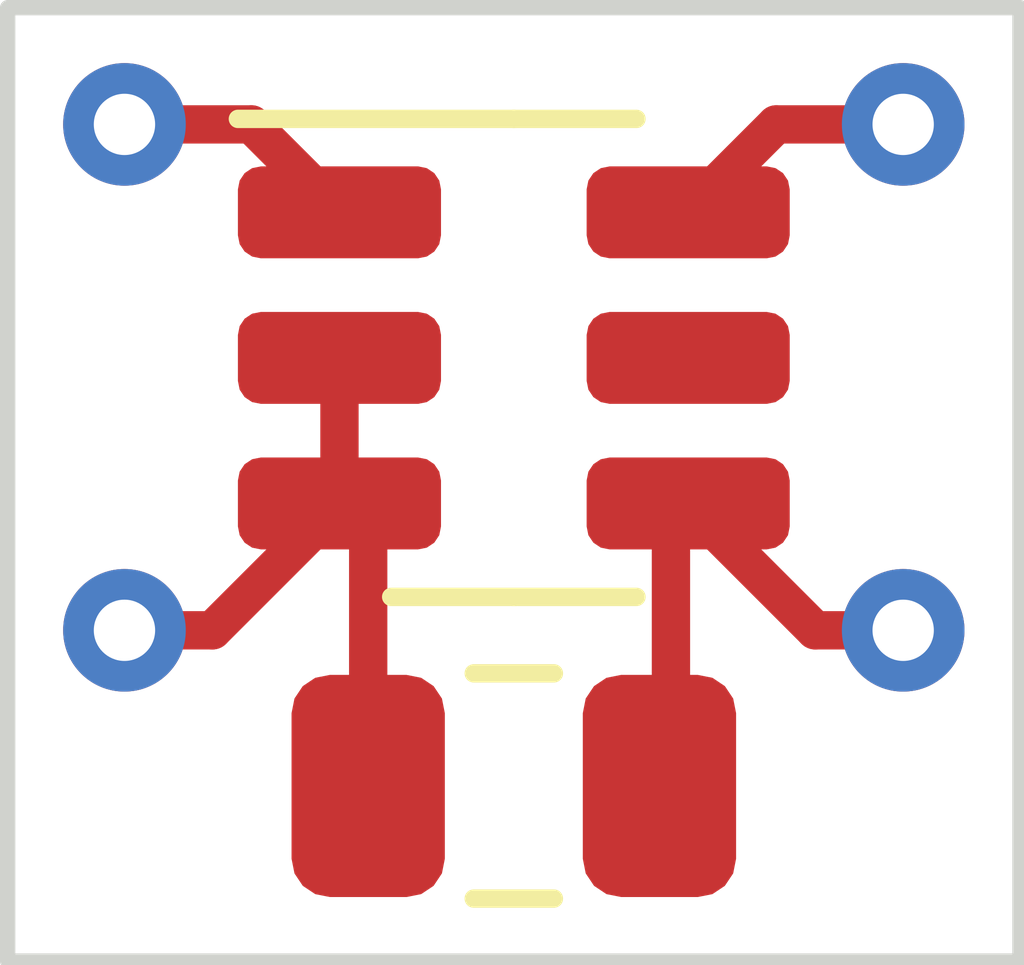
<source format=kicad_pcb>
(kicad_pcb (version 20221018) (generator pcbnew)
  (layers (0 "F.Cu" signal) (31 "B.Cu" signal) (34 "B.Paste" user) (35 "F.Paste" user) (36 "B.SilkS" user "B.Silkscreen") (37 "F.SilkS" user "F.Silkscreen") (38 "B.Mask" user) (39 "F.Mask" user) (44 "Edge.Cuts" user))
  (net 0 "")
  (net 1 "unconnected-(U1-Pad1)")
  (net 2 "GND")
  (net 3 "+3.3V")
  (net 5 "unconnected-(U1-Pad6)")
  (footprint "Package_TO_SOT_SMD:SOT-23-6" (layer "F.Cu") (at 145.161 99.695)
    (fp_text reference "U1" hide)
    (fp_text value "TMAG5273" hide)
    (fp_line (start 0 -1.56) (end -1.8 -1.56) (stroke (width 0.12)) (layer "F.SilkS"))
    (fp_line (start 0 -1.56) (end 0.8 -1.56) (stroke (width 0.12)) (layer "F.SilkS"))
    (fp_line (start 0 1.56) (end -0.8 1.56) (stroke (width 0.12)) (layer "F.SilkS"))
    (fp_line (start 0 1.56) (end 0.8 1.56) (stroke (width 0.12)) (layer "F.SilkS"))
    (pad "1" thru_hole circle (at -2.54 -1.524) (size 0.8 0.8) (drill 0.4) (layers "*.Cu" "*.Mask") (net 1 "unconnected-(U1-Pad1)"))
    (pad "1" smd roundrect (at -1.1375 -0.95) (size 1.325 0.6) (layers "F.Cu" "F.Paste" "F.Mask") (net 1 "unconnected-(U1-Pad1)"))
    (pad "2" smd roundrect (at -1.1375 0) (size 1.325 0.6) (layers "F.Cu" "F.Paste" "F.Mask") (net 2 "GND"))
    (pad "3" thru_hole circle (at -2.54 1.778) (size 0.8 0.8) (drill 0.4) (layers "*.Cu" "*.Mask") (net 2 "GND"))
    (pad "3" smd roundrect (at -1.1375 0.95) (size 1.325 0.6) (layers "F.Cu" "F.Paste" "F.Mask") (net 2 "GND"))
    (pad "4" smd roundrect (at 1.1375 0.95) (size 1.325 0.6) (layers "F.Cu" "F.Paste" "F.Mask") (net 3 "+3.3V"))
    (pad "4" thru_hole circle (at 2.54 1.778) (size 0.8 0.8) (drill 0.4) (layers "*.Cu" "*.Mask") (net 3 "+3.3V"))
    (pad "5" smd roundrect (at 1.1375 0) (size 1.325 0.6) (layers "F.Cu" "F.Paste" "F.Mask"))
    (pad "6" smd roundrect (at 1.1375 -0.95) (size 1.325 0.6) (layers "F.Cu" "F.Paste" "F.Mask") (net 5 "unconnected-(U1-Pad6)"))
    (pad "6" thru_hole circle (at 2.54 -1.524) (size 0.8 0.8) (drill 0.4) (layers "*.Cu" "*.Mask") (net 5 "unconnected-(U1-Pad6)"))
  )
  (footprint "Capacitor_SMD:C_0805_2012Metric" (layer "F.Cu") (at 145.161 102.489 180)
    (fp_text reference "C1" hide)
    (fp_text value "C_Small" hide)
    (fp_line (start -0.261252 -0.735) (end 0.261252 -0.735) (stroke (width 0.12)) (layer "F.SilkS"))
    (fp_line (start -0.261252 0.735) (end 0.261252 0.735) (stroke (width 0.12)) (layer "F.SilkS"))
    (pad "1" smd roundrect (at -0.95 0 180) (size 1 1.45) (layers "F.Cu" "F.Paste" "F.Mask") (net 3 "+3.3V"))
    (pad "2" smd roundrect (at 0.95 0 180) (size 1 1.45) (layers "F.Cu" "F.Paste" "F.Mask") (net 2 "GND"))
  )
  (gr_rect (start 141.859 97.409) (end 148.463 103.632) (stroke (width 0.1)) (fill none) (layer "Edge.Cuts"))
  (segment (start 143.4495 98.171) (end 144.0235 98.745) (width 0.25) (layer "F.Cu") (net 1))
  (segment (start 142.621 98.171) (end 143.4495 98.171) (width 0.25) (layer "F.Cu") (net 1))
  (segment (start 144.0235 99.695) (end 144.0235 100.645) (width 0.25) (layer "F.Cu") (net 2))
  (segment (start 143.1955 101.473) (end 144.0235 100.645) (width 0.25) (layer "F.Cu") (net 2))
  (segment (start 144.211 102.489) (end 144.211 100.8325) (width 0.25) (layer "F.Cu") (net 2))
  (segment (start 144.211 100.8325) (end 144.0235 100.645) (width 0.25) (layer "F.Cu") (net 2))
  (segment (start 142.621 101.473) (end 143.1955 101.473) (width 0.25) (layer "F.Cu") (net 2))
  (segment (start 147.1265 101.473) (end 146.2985 100.645) (width 0.25) (layer "F.Cu") (net 3))
  (segment (start 146.111 102.489) (end 146.185959 102.414041) (width 0.25) (layer "F.Cu") (net 3))
  (segment (start 147.701 101.473) (end 147.1265 101.473) (width 0.25) (layer "F.Cu") (net 3))
  (segment (start 146.185959 102.414041) (end 146.185959 100.642956) (width 0.25) (layer "F.Cu") (net 3))
  (segment (start 146.8725 98.171) (end 146.2985 98.745) (width 0.25) (layer "F.Cu") (net 5))
  (segment (start 147.701 98.171) (end 146.8725 98.171) (width 0.25) (layer "F.Cu") (net 5))
)
</source>
